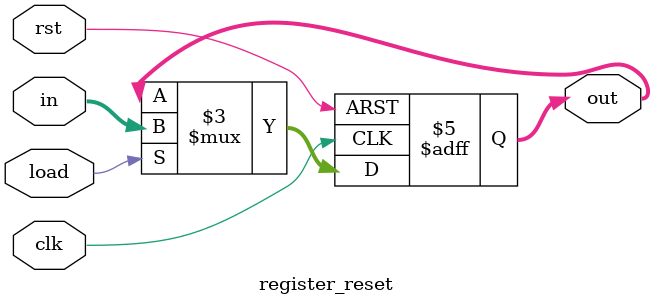
<source format=v>
module register_reset #(parameter WIDTH=8, parameter RSTVAL=8'b0) (
  input clk, rst,
  input load,
  input [WIDTH-1:0] in,
  output reg [WIDTH-1:0] out
);

  // Sync Write and Async Reset
  always @(posedge clk or negedge rst) begin
    if (!rst) out <= RSTVAL;  // reset register
    else if (load) out <= in; // write to register
  end

endmodule
</source>
